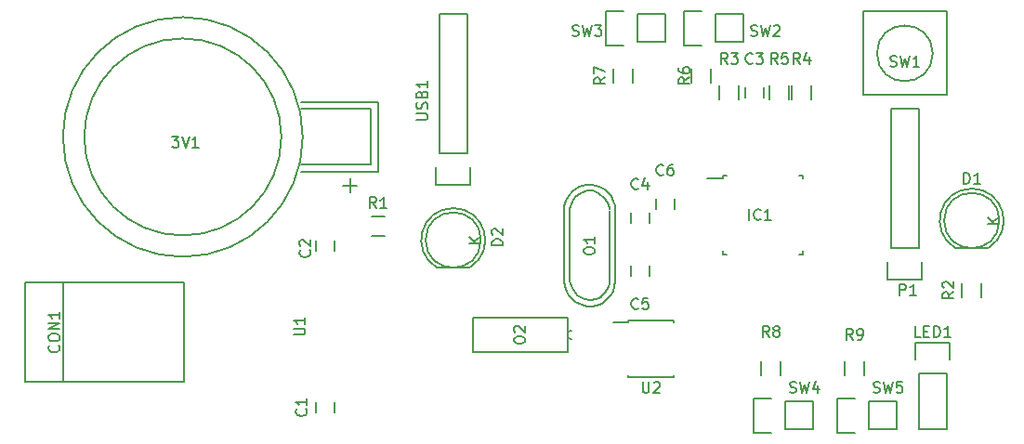
<source format=gbr>
G04 #@! TF.FileFunction,Legend,Top*
%FSLAX46Y46*%
G04 Gerber Fmt 4.6, Leading zero omitted, Abs format (unit mm)*
G04 Created by KiCad (PCBNEW 4.0.2-4+6225~38~ubuntu15.10.1-stable) date Sat 04 Jun 2016 12:10:52 PM PDT*
%MOMM*%
G01*
G04 APERTURE LIST*
%ADD10C,0.100000*%
%ADD11C,0.150000*%
G04 APERTURE END LIST*
D10*
D11*
X107950000Y-94742000D02*
X107950000Y-96012000D01*
X107315000Y-95377000D02*
X108585000Y-95377000D01*
X103505000Y-88392000D02*
X109855000Y-88392000D01*
X109855000Y-88392000D02*
X109855000Y-93472000D01*
X109855000Y-93472000D02*
X103505000Y-93472000D01*
X109855000Y-87757000D02*
X110490000Y-87757000D01*
X110490000Y-87757000D02*
X110490000Y-94107000D01*
X110490000Y-94107000D02*
X109855000Y-94107000D01*
X108585000Y-87757000D02*
X109855000Y-87757000D01*
X109855000Y-94107000D02*
X103505000Y-94107000D01*
X103505000Y-87757000D02*
X108585000Y-87757000D01*
X101690256Y-90932000D02*
G75*
G03X101690256Y-90932000I-8980256J0D01*
G01*
X103634953Y-90932000D02*
G75*
G03X103634953Y-90932000I-10924953J0D01*
G01*
X104814000Y-115070000D02*
X104814000Y-116070000D01*
X106514000Y-116070000D02*
X106514000Y-115070000D01*
X106514000Y-101338000D02*
X106514000Y-100338000D01*
X104814000Y-100338000D02*
X104814000Y-101338000D01*
X143930000Y-86368000D02*
X143930000Y-87368000D01*
X145630000Y-87368000D02*
X145630000Y-86368000D01*
X135216000Y-98798000D02*
X135216000Y-97798000D01*
X133516000Y-97798000D02*
X133516000Y-98798000D01*
X133516000Y-102624000D02*
X133516000Y-103624000D01*
X135216000Y-103624000D02*
X135216000Y-102624000D01*
X135802000Y-96528000D02*
X135802000Y-97528000D01*
X137502000Y-97528000D02*
X137502000Y-96528000D01*
X81851500Y-104211120D02*
X81851500Y-113212880D01*
X78351380Y-104211120D02*
X78351380Y-113212880D01*
X78351380Y-113212880D02*
X92852240Y-113212880D01*
X92852240Y-113212880D02*
X92852240Y-104211120D01*
X92852240Y-104211120D02*
X78351380Y-104211120D01*
X166116904Y-101036888D02*
G75*
G03X163092000Y-101052000I-1524904J2484888D01*
G01*
X166092000Y-101052000D02*
X163092000Y-101052000D01*
X167109936Y-98552000D02*
G75*
G03X167109936Y-98552000I-2517936J0D01*
G01*
X118872904Y-102814888D02*
G75*
G03X115848000Y-102830000I-1524904J2484888D01*
G01*
X118848000Y-102830000D02*
X115848000Y-102830000D01*
X119865936Y-100330000D02*
G75*
G03X119865936Y-100330000I-2517936J0D01*
G01*
X141917000Y-94419000D02*
X141917000Y-94744000D01*
X149167000Y-94419000D02*
X149167000Y-94744000D01*
X149167000Y-101669000D02*
X149167000Y-101344000D01*
X141917000Y-101669000D02*
X141917000Y-101344000D01*
X141917000Y-94419000D02*
X142242000Y-94419000D01*
X141917000Y-101669000D02*
X142242000Y-101669000D01*
X149167000Y-101669000D02*
X148842000Y-101669000D01*
X149167000Y-94419000D02*
X148842000Y-94419000D01*
X141917000Y-94744000D02*
X140492000Y-94744000D01*
X162586000Y-111252000D02*
X162586000Y-109702000D01*
X162586000Y-109702000D02*
X159486000Y-109702000D01*
X159486000Y-109702000D02*
X159486000Y-111252000D01*
X162306000Y-112522000D02*
X162306000Y-117602000D01*
X162306000Y-117602000D02*
X159766000Y-117602000D01*
X159766000Y-117602000D02*
X159766000Y-112522000D01*
X159766000Y-112522000D02*
X162306000Y-112522000D01*
X130794760Y-105537000D02*
X130393440Y-105737660D01*
X130393440Y-105737660D02*
X129794000Y-105839260D01*
X129794000Y-105839260D02*
X129293620Y-105737660D01*
X129293620Y-105737660D02*
X128595120Y-105338880D01*
X128595120Y-105338880D02*
X128193800Y-104736900D01*
X128193800Y-104736900D02*
X127993140Y-104137460D01*
X127993140Y-104137460D02*
X127993140Y-97538540D01*
X127993140Y-97538540D02*
X128193800Y-96837500D01*
X128193800Y-96837500D02*
X128493520Y-96438720D01*
X128493520Y-96438720D02*
X128993900Y-96037400D01*
X128993900Y-96037400D02*
X129593340Y-95836740D01*
X129593340Y-95836740D02*
X130093720Y-95836740D01*
X130093720Y-95836740D02*
X130594100Y-96037400D01*
X130594100Y-96037400D02*
X131193540Y-96537780D01*
X131193540Y-96537780D02*
X131493260Y-97038160D01*
X131493260Y-97038160D02*
X131594860Y-97538540D01*
X131594860Y-97637600D02*
X131594860Y-104239060D01*
X131594860Y-104239060D02*
X131493260Y-104637840D01*
X131493260Y-104637840D02*
X131193540Y-105138220D01*
X131193540Y-105138220D02*
X130693160Y-105638600D01*
X132123180Y-97647760D02*
X132074920Y-97188020D01*
X132074920Y-97188020D02*
X131963160Y-96789240D01*
X131963160Y-96789240D02*
X131744720Y-96357440D01*
X131744720Y-96357440D02*
X131513580Y-96067880D01*
X131513580Y-96067880D02*
X131163060Y-95737680D01*
X131163060Y-95737680D02*
X130624580Y-95448120D01*
X130624580Y-95448120D02*
X130025140Y-95318580D01*
X130025140Y-95318580D02*
X129514600Y-95318580D01*
X129514600Y-95318580D02*
X128813560Y-95488760D01*
X128813560Y-95488760D02*
X128224280Y-95887540D01*
X128224280Y-95887540D02*
X127853440Y-96347280D01*
X127853440Y-96347280D02*
X127645160Y-96768920D01*
X127645160Y-96768920D02*
X127485140Y-97218500D01*
X127485140Y-97218500D02*
X127454660Y-97657920D01*
X127673100Y-104998520D02*
X127894080Y-105376980D01*
X127894080Y-105376980D02*
X128173480Y-105697020D01*
X128173480Y-105697020D02*
X128503680Y-105948480D01*
X128503680Y-105948480D02*
X129054860Y-106248200D01*
X129054860Y-106248200D02*
X129524760Y-106357420D01*
X129524760Y-106357420D02*
X129984500Y-106377740D01*
X129984500Y-106377740D02*
X130444240Y-106288840D01*
X130444240Y-106288840D02*
X130893820Y-106098340D01*
X130893820Y-106098340D02*
X131363720Y-105737660D01*
X131363720Y-105737660D02*
X131683760Y-105387140D01*
X131683760Y-105387140D02*
X131914900Y-104998520D01*
X131914900Y-104998520D02*
X132054600Y-104569260D01*
X132054600Y-104569260D02*
X132123180Y-104127300D01*
X127464820Y-97637600D02*
X127464820Y-104089200D01*
X127464820Y-104089200D02*
X127502920Y-104508300D01*
X127502920Y-104508300D02*
X127673100Y-104998520D01*
X132123180Y-97637600D02*
X132123180Y-104089200D01*
X111090000Y-99935000D02*
X109890000Y-99935000D01*
X109890000Y-98185000D02*
X111090000Y-98185000D01*
X165467000Y-104302000D02*
X165467000Y-105502000D01*
X163717000Y-105502000D02*
X163717000Y-104302000D01*
X143369000Y-86268000D02*
X143369000Y-87468000D01*
X141619000Y-87468000D02*
X141619000Y-86268000D01*
X148223000Y-87468000D02*
X148223000Y-86268000D01*
X149973000Y-86268000D02*
X149973000Y-87468000D01*
X146191000Y-87468000D02*
X146191000Y-86268000D01*
X147941000Y-86268000D02*
X147941000Y-87468000D01*
X140829000Y-84744000D02*
X140829000Y-85944000D01*
X139079000Y-85944000D02*
X139079000Y-84744000D01*
X133717000Y-84744000D02*
X133717000Y-85944000D01*
X131967000Y-85944000D02*
X131967000Y-84744000D01*
X145429000Y-112614000D02*
X145429000Y-111414000D01*
X147179000Y-111414000D02*
X147179000Y-112614000D01*
X153049000Y-112614000D02*
X153049000Y-111414000D01*
X154799000Y-111414000D02*
X154799000Y-112614000D01*
X138404000Y-82576000D02*
X139954000Y-82576000D01*
X143764000Y-82296000D02*
X141224000Y-82296000D01*
X141224000Y-82296000D02*
X141224000Y-79756000D01*
X139954000Y-79476000D02*
X138404000Y-79476000D01*
X138404000Y-79476000D02*
X138404000Y-82576000D01*
X141224000Y-79756000D02*
X143764000Y-79756000D01*
X143764000Y-79756000D02*
X143764000Y-82296000D01*
X131292000Y-82576000D02*
X132842000Y-82576000D01*
X136652000Y-82296000D02*
X134112000Y-82296000D01*
X134112000Y-82296000D02*
X134112000Y-79756000D01*
X132842000Y-79476000D02*
X131292000Y-79476000D01*
X131292000Y-79476000D02*
X131292000Y-82576000D01*
X134112000Y-79756000D02*
X136652000Y-79756000D01*
X136652000Y-79756000D02*
X136652000Y-82296000D01*
X144754000Y-117882000D02*
X146304000Y-117882000D01*
X150114000Y-117602000D02*
X147574000Y-117602000D01*
X147574000Y-117602000D02*
X147574000Y-115062000D01*
X146304000Y-114782000D02*
X144754000Y-114782000D01*
X144754000Y-114782000D02*
X144754000Y-117882000D01*
X147574000Y-115062000D02*
X150114000Y-115062000D01*
X150114000Y-115062000D02*
X150114000Y-117602000D01*
X152374000Y-117882000D02*
X153924000Y-117882000D01*
X157734000Y-117602000D02*
X155194000Y-117602000D01*
X155194000Y-117602000D02*
X155194000Y-115062000D01*
X153924000Y-114782000D02*
X152374000Y-114782000D01*
X152374000Y-114782000D02*
X152374000Y-117882000D01*
X155194000Y-115062000D02*
X157734000Y-115062000D01*
X157734000Y-115062000D02*
X157734000Y-117602000D01*
X133307000Y-107661000D02*
X133307000Y-107806000D01*
X137457000Y-107661000D02*
X137457000Y-107806000D01*
X137457000Y-112811000D02*
X137457000Y-112666000D01*
X133307000Y-112811000D02*
X133307000Y-112666000D01*
X133307000Y-107661000D02*
X137457000Y-107661000D01*
X133307000Y-112811000D02*
X137457000Y-112811000D01*
X133307000Y-107806000D02*
X131907000Y-107806000D01*
X118618000Y-92456000D02*
X118618000Y-79756000D01*
X118618000Y-79756000D02*
X116078000Y-79756000D01*
X116078000Y-79756000D02*
X116078000Y-92456000D01*
X118898000Y-95276000D02*
X118898000Y-93726000D01*
X118618000Y-92456000D02*
X116078000Y-92456000D01*
X115798000Y-93726000D02*
X115798000Y-95276000D01*
X115798000Y-95276000D02*
X118898000Y-95276000D01*
X157226000Y-101092000D02*
X157226000Y-88392000D01*
X157226000Y-88392000D02*
X159766000Y-88392000D01*
X159766000Y-88392000D02*
X159766000Y-101092000D01*
X156946000Y-103912000D02*
X156946000Y-102362000D01*
X157226000Y-101092000D02*
X159766000Y-101092000D01*
X160046000Y-102362000D02*
X160046000Y-103912000D01*
X160046000Y-103912000D02*
X156946000Y-103912000D01*
X127782320Y-107365800D02*
X119181880Y-107365800D01*
X119181880Y-107365800D02*
X119181880Y-110566200D01*
X119181880Y-110566200D02*
X127782320Y-110566200D01*
X127782320Y-109816900D02*
X127782320Y-110566200D01*
X127782320Y-108066840D02*
X127782320Y-107365800D01*
X127782320Y-109265720D02*
X128082040Y-109364780D01*
X127782320Y-108666280D02*
X128082040Y-108567220D01*
X127782320Y-108066840D02*
X127782320Y-109865160D01*
X161036000Y-83312000D02*
G75*
G03X161036000Y-83312000I-2540000J0D01*
G01*
X162306000Y-87122000D02*
X154686000Y-87122000D01*
X154686000Y-87122000D02*
X154686000Y-79502000D01*
X154686000Y-79502000D02*
X162306000Y-79502000D01*
X162306000Y-87122000D02*
X162306000Y-79502000D01*
X91725905Y-90892381D02*
X92344953Y-90892381D01*
X92011619Y-91273333D01*
X92154477Y-91273333D01*
X92249715Y-91320952D01*
X92297334Y-91368571D01*
X92344953Y-91463810D01*
X92344953Y-91701905D01*
X92297334Y-91797143D01*
X92249715Y-91844762D01*
X92154477Y-91892381D01*
X91868762Y-91892381D01*
X91773524Y-91844762D01*
X91725905Y-91797143D01*
X92630667Y-90892381D02*
X92964000Y-91892381D01*
X93297334Y-90892381D01*
X94154477Y-91892381D02*
X93583048Y-91892381D01*
X93868762Y-91892381D02*
X93868762Y-90892381D01*
X93773524Y-91035238D01*
X93678286Y-91130476D01*
X93583048Y-91178095D01*
X103921143Y-115736666D02*
X103968762Y-115784285D01*
X104016381Y-115927142D01*
X104016381Y-116022380D01*
X103968762Y-116165238D01*
X103873524Y-116260476D01*
X103778286Y-116308095D01*
X103587810Y-116355714D01*
X103444952Y-116355714D01*
X103254476Y-116308095D01*
X103159238Y-116260476D01*
X103064000Y-116165238D01*
X103016381Y-116022380D01*
X103016381Y-115927142D01*
X103064000Y-115784285D01*
X103111619Y-115736666D01*
X104016381Y-114784285D02*
X104016381Y-115355714D01*
X104016381Y-115070000D02*
X103016381Y-115070000D01*
X103159238Y-115165238D01*
X103254476Y-115260476D01*
X103302095Y-115355714D01*
X104243143Y-101258666D02*
X104290762Y-101306285D01*
X104338381Y-101449142D01*
X104338381Y-101544380D01*
X104290762Y-101687238D01*
X104195524Y-101782476D01*
X104100286Y-101830095D01*
X103909810Y-101877714D01*
X103766952Y-101877714D01*
X103576476Y-101830095D01*
X103481238Y-101782476D01*
X103386000Y-101687238D01*
X103338381Y-101544380D01*
X103338381Y-101449142D01*
X103386000Y-101306285D01*
X103433619Y-101258666D01*
X103433619Y-100877714D02*
X103386000Y-100830095D01*
X103338381Y-100734857D01*
X103338381Y-100496761D01*
X103386000Y-100401523D01*
X103433619Y-100353904D01*
X103528857Y-100306285D01*
X103624095Y-100306285D01*
X103766952Y-100353904D01*
X104338381Y-100925333D01*
X104338381Y-100306285D01*
X144613334Y-84177143D02*
X144565715Y-84224762D01*
X144422858Y-84272381D01*
X144327620Y-84272381D01*
X144184762Y-84224762D01*
X144089524Y-84129524D01*
X144041905Y-84034286D01*
X143994286Y-83843810D01*
X143994286Y-83700952D01*
X144041905Y-83510476D01*
X144089524Y-83415238D01*
X144184762Y-83320000D01*
X144327620Y-83272381D01*
X144422858Y-83272381D01*
X144565715Y-83320000D01*
X144613334Y-83367619D01*
X144946667Y-83272381D02*
X145565715Y-83272381D01*
X145232381Y-83653333D01*
X145375239Y-83653333D01*
X145470477Y-83700952D01*
X145518096Y-83748571D01*
X145565715Y-83843810D01*
X145565715Y-84081905D01*
X145518096Y-84177143D01*
X145470477Y-84224762D01*
X145375239Y-84272381D01*
X145089524Y-84272381D01*
X144994286Y-84224762D01*
X144946667Y-84177143D01*
X134199334Y-95607143D02*
X134151715Y-95654762D01*
X134008858Y-95702381D01*
X133913620Y-95702381D01*
X133770762Y-95654762D01*
X133675524Y-95559524D01*
X133627905Y-95464286D01*
X133580286Y-95273810D01*
X133580286Y-95130952D01*
X133627905Y-94940476D01*
X133675524Y-94845238D01*
X133770762Y-94750000D01*
X133913620Y-94702381D01*
X134008858Y-94702381D01*
X134151715Y-94750000D01*
X134199334Y-94797619D01*
X135056477Y-95035714D02*
X135056477Y-95702381D01*
X134818381Y-94654762D02*
X134580286Y-95369048D01*
X135199334Y-95369048D01*
X134199334Y-106529143D02*
X134151715Y-106576762D01*
X134008858Y-106624381D01*
X133913620Y-106624381D01*
X133770762Y-106576762D01*
X133675524Y-106481524D01*
X133627905Y-106386286D01*
X133580286Y-106195810D01*
X133580286Y-106052952D01*
X133627905Y-105862476D01*
X133675524Y-105767238D01*
X133770762Y-105672000D01*
X133913620Y-105624381D01*
X134008858Y-105624381D01*
X134151715Y-105672000D01*
X134199334Y-105719619D01*
X135104096Y-105624381D02*
X134627905Y-105624381D01*
X134580286Y-106100571D01*
X134627905Y-106052952D01*
X134723143Y-106005333D01*
X134961239Y-106005333D01*
X135056477Y-106052952D01*
X135104096Y-106100571D01*
X135151715Y-106195810D01*
X135151715Y-106433905D01*
X135104096Y-106529143D01*
X135056477Y-106576762D01*
X134961239Y-106624381D01*
X134723143Y-106624381D01*
X134627905Y-106576762D01*
X134580286Y-106529143D01*
X136485334Y-94337143D02*
X136437715Y-94384762D01*
X136294858Y-94432381D01*
X136199620Y-94432381D01*
X136056762Y-94384762D01*
X135961524Y-94289524D01*
X135913905Y-94194286D01*
X135866286Y-94003810D01*
X135866286Y-93860952D01*
X135913905Y-93670476D01*
X135961524Y-93575238D01*
X136056762Y-93480000D01*
X136199620Y-93432381D01*
X136294858Y-93432381D01*
X136437715Y-93480000D01*
X136485334Y-93527619D01*
X137342477Y-93432381D02*
X137152000Y-93432381D01*
X137056762Y-93480000D01*
X137009143Y-93527619D01*
X136913905Y-93670476D01*
X136866286Y-93860952D01*
X136866286Y-94241905D01*
X136913905Y-94337143D01*
X136961524Y-94384762D01*
X137056762Y-94432381D01*
X137247239Y-94432381D01*
X137342477Y-94384762D01*
X137390096Y-94337143D01*
X137437715Y-94241905D01*
X137437715Y-94003810D01*
X137390096Y-93908571D01*
X137342477Y-93860952D01*
X137247239Y-93813333D01*
X137056762Y-93813333D01*
X136961524Y-93860952D01*
X136913905Y-93908571D01*
X136866286Y-94003810D01*
X81383143Y-109926285D02*
X81430762Y-109973904D01*
X81478381Y-110116761D01*
X81478381Y-110211999D01*
X81430762Y-110354857D01*
X81335524Y-110450095D01*
X81240286Y-110497714D01*
X81049810Y-110545333D01*
X80906952Y-110545333D01*
X80716476Y-110497714D01*
X80621238Y-110450095D01*
X80526000Y-110354857D01*
X80478381Y-110211999D01*
X80478381Y-110116761D01*
X80526000Y-109973904D01*
X80573619Y-109926285D01*
X80478381Y-109307238D02*
X80478381Y-109116761D01*
X80526000Y-109021523D01*
X80621238Y-108926285D01*
X80811714Y-108878666D01*
X81145048Y-108878666D01*
X81335524Y-108926285D01*
X81430762Y-109021523D01*
X81478381Y-109116761D01*
X81478381Y-109307238D01*
X81430762Y-109402476D01*
X81335524Y-109497714D01*
X81145048Y-109545333D01*
X80811714Y-109545333D01*
X80621238Y-109497714D01*
X80526000Y-109402476D01*
X80478381Y-109307238D01*
X81478381Y-108450095D02*
X80478381Y-108450095D01*
X81478381Y-107878666D01*
X80478381Y-107878666D01*
X81478381Y-106878666D02*
X81478381Y-107450095D01*
X81478381Y-107164381D02*
X80478381Y-107164381D01*
X80621238Y-107259619D01*
X80716476Y-107354857D01*
X80764095Y-107450095D01*
X163853905Y-95194381D02*
X163853905Y-94194381D01*
X164092000Y-94194381D01*
X164234858Y-94242000D01*
X164330096Y-94337238D01*
X164377715Y-94432476D01*
X164425334Y-94622952D01*
X164425334Y-94765810D01*
X164377715Y-94956286D01*
X164330096Y-95051524D01*
X164234858Y-95146762D01*
X164092000Y-95194381D01*
X163853905Y-95194381D01*
X165377715Y-95194381D02*
X164806286Y-95194381D01*
X165092000Y-95194381D02*
X165092000Y-94194381D01*
X164996762Y-94337238D01*
X164901524Y-94432476D01*
X164806286Y-94480095D01*
X167076381Y-98813905D02*
X166076381Y-98813905D01*
X167076381Y-98242476D02*
X166504952Y-98671048D01*
X166076381Y-98242476D02*
X166647810Y-98813905D01*
X121864381Y-100814095D02*
X120864381Y-100814095D01*
X120864381Y-100576000D01*
X120912000Y-100433142D01*
X121007238Y-100337904D01*
X121102476Y-100290285D01*
X121292952Y-100242666D01*
X121435810Y-100242666D01*
X121626286Y-100290285D01*
X121721524Y-100337904D01*
X121816762Y-100433142D01*
X121864381Y-100576000D01*
X121864381Y-100814095D01*
X120959619Y-99861714D02*
X120912000Y-99814095D01*
X120864381Y-99718857D01*
X120864381Y-99480761D01*
X120912000Y-99385523D01*
X120959619Y-99337904D01*
X121054857Y-99290285D01*
X121150095Y-99290285D01*
X121292952Y-99337904D01*
X121864381Y-99909333D01*
X121864381Y-99290285D01*
X119832381Y-100591905D02*
X118832381Y-100591905D01*
X119832381Y-100020476D02*
X119260952Y-100449048D01*
X118832381Y-100020476D02*
X119403810Y-100591905D01*
X144311810Y-98496381D02*
X144311810Y-97496381D01*
X145359429Y-98401143D02*
X145311810Y-98448762D01*
X145168953Y-98496381D01*
X145073715Y-98496381D01*
X144930857Y-98448762D01*
X144835619Y-98353524D01*
X144788000Y-98258286D01*
X144740381Y-98067810D01*
X144740381Y-97924952D01*
X144788000Y-97734476D01*
X144835619Y-97639238D01*
X144930857Y-97544000D01*
X145073715Y-97496381D01*
X145168953Y-97496381D01*
X145311810Y-97544000D01*
X145359429Y-97591619D01*
X146311810Y-98496381D02*
X145740381Y-98496381D01*
X146026095Y-98496381D02*
X146026095Y-97496381D01*
X145930857Y-97639238D01*
X145835619Y-97734476D01*
X145740381Y-97782095D01*
X159916953Y-109164381D02*
X159440762Y-109164381D01*
X159440762Y-108164381D01*
X160250286Y-108640571D02*
X160583620Y-108640571D01*
X160726477Y-109164381D02*
X160250286Y-109164381D01*
X160250286Y-108164381D01*
X160726477Y-108164381D01*
X161155048Y-109164381D02*
X161155048Y-108164381D01*
X161393143Y-108164381D01*
X161536001Y-108212000D01*
X161631239Y-108307238D01*
X161678858Y-108402476D01*
X161726477Y-108592952D01*
X161726477Y-108735810D01*
X161678858Y-108926286D01*
X161631239Y-109021524D01*
X161536001Y-109116762D01*
X161393143Y-109164381D01*
X161155048Y-109164381D01*
X162678858Y-109164381D02*
X162107429Y-109164381D01*
X162393143Y-109164381D02*
X162393143Y-108164381D01*
X162297905Y-108307238D01*
X162202667Y-108402476D01*
X162107429Y-108450095D01*
X129246381Y-101409429D02*
X129246381Y-101218952D01*
X129294000Y-101123714D01*
X129389238Y-101028476D01*
X129579714Y-100980857D01*
X129913048Y-100980857D01*
X130103524Y-101028476D01*
X130198762Y-101123714D01*
X130246381Y-101218952D01*
X130246381Y-101409429D01*
X130198762Y-101504667D01*
X130103524Y-101599905D01*
X129913048Y-101647524D01*
X129579714Y-101647524D01*
X129389238Y-101599905D01*
X129294000Y-101504667D01*
X129246381Y-101409429D01*
X130246381Y-100028476D02*
X130246381Y-100599905D01*
X130246381Y-100314191D02*
X129246381Y-100314191D01*
X129389238Y-100409429D01*
X129484476Y-100504667D01*
X129532095Y-100599905D01*
X110323334Y-97412381D02*
X109990000Y-96936190D01*
X109751905Y-97412381D02*
X109751905Y-96412381D01*
X110132858Y-96412381D01*
X110228096Y-96460000D01*
X110275715Y-96507619D01*
X110323334Y-96602857D01*
X110323334Y-96745714D01*
X110275715Y-96840952D01*
X110228096Y-96888571D01*
X110132858Y-96936190D01*
X109751905Y-96936190D01*
X111275715Y-97412381D02*
X110704286Y-97412381D01*
X110990000Y-97412381D02*
X110990000Y-96412381D01*
X110894762Y-96555238D01*
X110799524Y-96650476D01*
X110704286Y-96698095D01*
X162944381Y-105068666D02*
X162468190Y-105402000D01*
X162944381Y-105640095D02*
X161944381Y-105640095D01*
X161944381Y-105259142D01*
X161992000Y-105163904D01*
X162039619Y-105116285D01*
X162134857Y-105068666D01*
X162277714Y-105068666D01*
X162372952Y-105116285D01*
X162420571Y-105163904D01*
X162468190Y-105259142D01*
X162468190Y-105640095D01*
X162039619Y-104687714D02*
X161992000Y-104640095D01*
X161944381Y-104544857D01*
X161944381Y-104306761D01*
X161992000Y-104211523D01*
X162039619Y-104163904D01*
X162134857Y-104116285D01*
X162230095Y-104116285D01*
X162372952Y-104163904D01*
X162944381Y-104735333D01*
X162944381Y-104116285D01*
X142327334Y-84272381D02*
X141994000Y-83796190D01*
X141755905Y-84272381D02*
X141755905Y-83272381D01*
X142136858Y-83272381D01*
X142232096Y-83320000D01*
X142279715Y-83367619D01*
X142327334Y-83462857D01*
X142327334Y-83605714D01*
X142279715Y-83700952D01*
X142232096Y-83748571D01*
X142136858Y-83796190D01*
X141755905Y-83796190D01*
X142660667Y-83272381D02*
X143279715Y-83272381D01*
X142946381Y-83653333D01*
X143089239Y-83653333D01*
X143184477Y-83700952D01*
X143232096Y-83748571D01*
X143279715Y-83843810D01*
X143279715Y-84081905D01*
X143232096Y-84177143D01*
X143184477Y-84224762D01*
X143089239Y-84272381D01*
X142803524Y-84272381D01*
X142708286Y-84224762D01*
X142660667Y-84177143D01*
X148931334Y-84272381D02*
X148598000Y-83796190D01*
X148359905Y-84272381D02*
X148359905Y-83272381D01*
X148740858Y-83272381D01*
X148836096Y-83320000D01*
X148883715Y-83367619D01*
X148931334Y-83462857D01*
X148931334Y-83605714D01*
X148883715Y-83700952D01*
X148836096Y-83748571D01*
X148740858Y-83796190D01*
X148359905Y-83796190D01*
X149788477Y-83605714D02*
X149788477Y-84272381D01*
X149550381Y-83224762D02*
X149312286Y-83939048D01*
X149931334Y-83939048D01*
X146899334Y-84272381D02*
X146566000Y-83796190D01*
X146327905Y-84272381D02*
X146327905Y-83272381D01*
X146708858Y-83272381D01*
X146804096Y-83320000D01*
X146851715Y-83367619D01*
X146899334Y-83462857D01*
X146899334Y-83605714D01*
X146851715Y-83700952D01*
X146804096Y-83748571D01*
X146708858Y-83796190D01*
X146327905Y-83796190D01*
X147804096Y-83272381D02*
X147327905Y-83272381D01*
X147280286Y-83748571D01*
X147327905Y-83700952D01*
X147423143Y-83653333D01*
X147661239Y-83653333D01*
X147756477Y-83700952D01*
X147804096Y-83748571D01*
X147851715Y-83843810D01*
X147851715Y-84081905D01*
X147804096Y-84177143D01*
X147756477Y-84224762D01*
X147661239Y-84272381D01*
X147423143Y-84272381D01*
X147327905Y-84224762D01*
X147280286Y-84177143D01*
X138882381Y-85510666D02*
X138406190Y-85844000D01*
X138882381Y-86082095D02*
X137882381Y-86082095D01*
X137882381Y-85701142D01*
X137930000Y-85605904D01*
X137977619Y-85558285D01*
X138072857Y-85510666D01*
X138215714Y-85510666D01*
X138310952Y-85558285D01*
X138358571Y-85605904D01*
X138406190Y-85701142D01*
X138406190Y-86082095D01*
X137882381Y-84653523D02*
X137882381Y-84844000D01*
X137930000Y-84939238D01*
X137977619Y-84986857D01*
X138120476Y-85082095D01*
X138310952Y-85129714D01*
X138691905Y-85129714D01*
X138787143Y-85082095D01*
X138834762Y-85034476D01*
X138882381Y-84939238D01*
X138882381Y-84748761D01*
X138834762Y-84653523D01*
X138787143Y-84605904D01*
X138691905Y-84558285D01*
X138453810Y-84558285D01*
X138358571Y-84605904D01*
X138310952Y-84653523D01*
X138263333Y-84748761D01*
X138263333Y-84939238D01*
X138310952Y-85034476D01*
X138358571Y-85082095D01*
X138453810Y-85129714D01*
X131194381Y-85510666D02*
X130718190Y-85844000D01*
X131194381Y-86082095D02*
X130194381Y-86082095D01*
X130194381Y-85701142D01*
X130242000Y-85605904D01*
X130289619Y-85558285D01*
X130384857Y-85510666D01*
X130527714Y-85510666D01*
X130622952Y-85558285D01*
X130670571Y-85605904D01*
X130718190Y-85701142D01*
X130718190Y-86082095D01*
X130194381Y-85177333D02*
X130194381Y-84510666D01*
X131194381Y-84939238D01*
X146137334Y-109164381D02*
X145804000Y-108688190D01*
X145565905Y-109164381D02*
X145565905Y-108164381D01*
X145946858Y-108164381D01*
X146042096Y-108212000D01*
X146089715Y-108259619D01*
X146137334Y-108354857D01*
X146137334Y-108497714D01*
X146089715Y-108592952D01*
X146042096Y-108640571D01*
X145946858Y-108688190D01*
X145565905Y-108688190D01*
X146708762Y-108592952D02*
X146613524Y-108545333D01*
X146565905Y-108497714D01*
X146518286Y-108402476D01*
X146518286Y-108354857D01*
X146565905Y-108259619D01*
X146613524Y-108212000D01*
X146708762Y-108164381D01*
X146899239Y-108164381D01*
X146994477Y-108212000D01*
X147042096Y-108259619D01*
X147089715Y-108354857D01*
X147089715Y-108402476D01*
X147042096Y-108497714D01*
X146994477Y-108545333D01*
X146899239Y-108592952D01*
X146708762Y-108592952D01*
X146613524Y-108640571D01*
X146565905Y-108688190D01*
X146518286Y-108783429D01*
X146518286Y-108973905D01*
X146565905Y-109069143D01*
X146613524Y-109116762D01*
X146708762Y-109164381D01*
X146899239Y-109164381D01*
X146994477Y-109116762D01*
X147042096Y-109069143D01*
X147089715Y-108973905D01*
X147089715Y-108783429D01*
X147042096Y-108688190D01*
X146994477Y-108640571D01*
X146899239Y-108592952D01*
X153757334Y-109418381D02*
X153424000Y-108942190D01*
X153185905Y-109418381D02*
X153185905Y-108418381D01*
X153566858Y-108418381D01*
X153662096Y-108466000D01*
X153709715Y-108513619D01*
X153757334Y-108608857D01*
X153757334Y-108751714D01*
X153709715Y-108846952D01*
X153662096Y-108894571D01*
X153566858Y-108942190D01*
X153185905Y-108942190D01*
X154233524Y-109418381D02*
X154424000Y-109418381D01*
X154519239Y-109370762D01*
X154566858Y-109323143D01*
X154662096Y-109180286D01*
X154709715Y-108989810D01*
X154709715Y-108608857D01*
X154662096Y-108513619D01*
X154614477Y-108466000D01*
X154519239Y-108418381D01*
X154328762Y-108418381D01*
X154233524Y-108466000D01*
X154185905Y-108513619D01*
X154138286Y-108608857D01*
X154138286Y-108846952D01*
X154185905Y-108942190D01*
X154233524Y-108989810D01*
X154328762Y-109037429D01*
X154519239Y-109037429D01*
X154614477Y-108989810D01*
X154662096Y-108942190D01*
X154709715Y-108846952D01*
X144462667Y-81684762D02*
X144605524Y-81732381D01*
X144843620Y-81732381D01*
X144938858Y-81684762D01*
X144986477Y-81637143D01*
X145034096Y-81541905D01*
X145034096Y-81446667D01*
X144986477Y-81351429D01*
X144938858Y-81303810D01*
X144843620Y-81256190D01*
X144653143Y-81208571D01*
X144557905Y-81160952D01*
X144510286Y-81113333D01*
X144462667Y-81018095D01*
X144462667Y-80922857D01*
X144510286Y-80827619D01*
X144557905Y-80780000D01*
X144653143Y-80732381D01*
X144891239Y-80732381D01*
X145034096Y-80780000D01*
X145367429Y-80732381D02*
X145605524Y-81732381D01*
X145796001Y-81018095D01*
X145986477Y-81732381D01*
X146224572Y-80732381D01*
X146557905Y-80827619D02*
X146605524Y-80780000D01*
X146700762Y-80732381D01*
X146938858Y-80732381D01*
X147034096Y-80780000D01*
X147081715Y-80827619D01*
X147129334Y-80922857D01*
X147129334Y-81018095D01*
X147081715Y-81160952D01*
X146510286Y-81732381D01*
X147129334Y-81732381D01*
X128206667Y-81684762D02*
X128349524Y-81732381D01*
X128587620Y-81732381D01*
X128682858Y-81684762D01*
X128730477Y-81637143D01*
X128778096Y-81541905D01*
X128778096Y-81446667D01*
X128730477Y-81351429D01*
X128682858Y-81303810D01*
X128587620Y-81256190D01*
X128397143Y-81208571D01*
X128301905Y-81160952D01*
X128254286Y-81113333D01*
X128206667Y-81018095D01*
X128206667Y-80922857D01*
X128254286Y-80827619D01*
X128301905Y-80780000D01*
X128397143Y-80732381D01*
X128635239Y-80732381D01*
X128778096Y-80780000D01*
X129111429Y-80732381D02*
X129349524Y-81732381D01*
X129540001Y-81018095D01*
X129730477Y-81732381D01*
X129968572Y-80732381D01*
X130254286Y-80732381D02*
X130873334Y-80732381D01*
X130540000Y-81113333D01*
X130682858Y-81113333D01*
X130778096Y-81160952D01*
X130825715Y-81208571D01*
X130873334Y-81303810D01*
X130873334Y-81541905D01*
X130825715Y-81637143D01*
X130778096Y-81684762D01*
X130682858Y-81732381D01*
X130397143Y-81732381D01*
X130301905Y-81684762D01*
X130254286Y-81637143D01*
X148018667Y-114196762D02*
X148161524Y-114244381D01*
X148399620Y-114244381D01*
X148494858Y-114196762D01*
X148542477Y-114149143D01*
X148590096Y-114053905D01*
X148590096Y-113958667D01*
X148542477Y-113863429D01*
X148494858Y-113815810D01*
X148399620Y-113768190D01*
X148209143Y-113720571D01*
X148113905Y-113672952D01*
X148066286Y-113625333D01*
X148018667Y-113530095D01*
X148018667Y-113434857D01*
X148066286Y-113339619D01*
X148113905Y-113292000D01*
X148209143Y-113244381D01*
X148447239Y-113244381D01*
X148590096Y-113292000D01*
X148923429Y-113244381D02*
X149161524Y-114244381D01*
X149352001Y-113530095D01*
X149542477Y-114244381D01*
X149780572Y-113244381D01*
X150590096Y-113577714D02*
X150590096Y-114244381D01*
X150352000Y-113196762D02*
X150113905Y-113911048D01*
X150732953Y-113911048D01*
X155638667Y-114196762D02*
X155781524Y-114244381D01*
X156019620Y-114244381D01*
X156114858Y-114196762D01*
X156162477Y-114149143D01*
X156210096Y-114053905D01*
X156210096Y-113958667D01*
X156162477Y-113863429D01*
X156114858Y-113815810D01*
X156019620Y-113768190D01*
X155829143Y-113720571D01*
X155733905Y-113672952D01*
X155686286Y-113625333D01*
X155638667Y-113530095D01*
X155638667Y-113434857D01*
X155686286Y-113339619D01*
X155733905Y-113292000D01*
X155829143Y-113244381D01*
X156067239Y-113244381D01*
X156210096Y-113292000D01*
X156543429Y-113244381D02*
X156781524Y-114244381D01*
X156972001Y-113530095D01*
X157162477Y-114244381D01*
X157400572Y-113244381D01*
X158257715Y-113244381D02*
X157781524Y-113244381D01*
X157733905Y-113720571D01*
X157781524Y-113672952D01*
X157876762Y-113625333D01*
X158114858Y-113625333D01*
X158210096Y-113672952D01*
X158257715Y-113720571D01*
X158305334Y-113815810D01*
X158305334Y-114053905D01*
X158257715Y-114149143D01*
X158210096Y-114196762D01*
X158114858Y-114244381D01*
X157876762Y-114244381D01*
X157781524Y-114196762D01*
X157733905Y-114149143D01*
X102830381Y-108965905D02*
X103639905Y-108965905D01*
X103735143Y-108918286D01*
X103782762Y-108870667D01*
X103830381Y-108775429D01*
X103830381Y-108584952D01*
X103782762Y-108489714D01*
X103735143Y-108442095D01*
X103639905Y-108394476D01*
X102830381Y-108394476D01*
X103830381Y-107394476D02*
X103830381Y-107965905D01*
X103830381Y-107680191D02*
X102830381Y-107680191D01*
X102973238Y-107775429D01*
X103068476Y-107870667D01*
X103116095Y-107965905D01*
X134620095Y-113244381D02*
X134620095Y-114053905D01*
X134667714Y-114149143D01*
X134715333Y-114196762D01*
X134810571Y-114244381D01*
X135001048Y-114244381D01*
X135096286Y-114196762D01*
X135143905Y-114149143D01*
X135191524Y-114053905D01*
X135191524Y-113244381D01*
X135620095Y-113339619D02*
X135667714Y-113292000D01*
X135762952Y-113244381D01*
X136001048Y-113244381D01*
X136096286Y-113292000D01*
X136143905Y-113339619D01*
X136191524Y-113434857D01*
X136191524Y-113530095D01*
X136143905Y-113672952D01*
X135572476Y-114244381D01*
X136191524Y-114244381D01*
X114006381Y-89368095D02*
X114815905Y-89368095D01*
X114911143Y-89320476D01*
X114958762Y-89272857D01*
X115006381Y-89177619D01*
X115006381Y-88987142D01*
X114958762Y-88891904D01*
X114911143Y-88844285D01*
X114815905Y-88796666D01*
X114006381Y-88796666D01*
X114958762Y-88368095D02*
X115006381Y-88225238D01*
X115006381Y-87987142D01*
X114958762Y-87891904D01*
X114911143Y-87844285D01*
X114815905Y-87796666D01*
X114720667Y-87796666D01*
X114625429Y-87844285D01*
X114577810Y-87891904D01*
X114530190Y-87987142D01*
X114482571Y-88177619D01*
X114434952Y-88272857D01*
X114387333Y-88320476D01*
X114292095Y-88368095D01*
X114196857Y-88368095D01*
X114101619Y-88320476D01*
X114054000Y-88272857D01*
X114006381Y-88177619D01*
X114006381Y-87939523D01*
X114054000Y-87796666D01*
X114482571Y-87034761D02*
X114530190Y-86891904D01*
X114577810Y-86844285D01*
X114673048Y-86796666D01*
X114815905Y-86796666D01*
X114911143Y-86844285D01*
X114958762Y-86891904D01*
X115006381Y-86987142D01*
X115006381Y-87368095D01*
X114006381Y-87368095D01*
X114006381Y-87034761D01*
X114054000Y-86939523D01*
X114101619Y-86891904D01*
X114196857Y-86844285D01*
X114292095Y-86844285D01*
X114387333Y-86891904D01*
X114434952Y-86939523D01*
X114482571Y-87034761D01*
X114482571Y-87368095D01*
X115006381Y-85844285D02*
X115006381Y-86415714D01*
X115006381Y-86130000D02*
X114006381Y-86130000D01*
X114149238Y-86225238D01*
X114244476Y-86320476D01*
X114292095Y-86415714D01*
X158011905Y-105354381D02*
X158011905Y-104354381D01*
X158392858Y-104354381D01*
X158488096Y-104402000D01*
X158535715Y-104449619D01*
X158583334Y-104544857D01*
X158583334Y-104687714D01*
X158535715Y-104782952D01*
X158488096Y-104830571D01*
X158392858Y-104878190D01*
X158011905Y-104878190D01*
X159535715Y-105354381D02*
X158964286Y-105354381D01*
X159250000Y-105354381D02*
X159250000Y-104354381D01*
X159154762Y-104497238D01*
X159059524Y-104592476D01*
X158964286Y-104640095D01*
X122896381Y-109537429D02*
X122896381Y-109346952D01*
X122944000Y-109251714D01*
X123039238Y-109156476D01*
X123229714Y-109108857D01*
X123563048Y-109108857D01*
X123753524Y-109156476D01*
X123848762Y-109251714D01*
X123896381Y-109346952D01*
X123896381Y-109537429D01*
X123848762Y-109632667D01*
X123753524Y-109727905D01*
X123563048Y-109775524D01*
X123229714Y-109775524D01*
X123039238Y-109727905D01*
X122944000Y-109632667D01*
X122896381Y-109537429D01*
X122991619Y-108727905D02*
X122944000Y-108680286D01*
X122896381Y-108585048D01*
X122896381Y-108346952D01*
X122944000Y-108251714D01*
X122991619Y-108204095D01*
X123086857Y-108156476D01*
X123182095Y-108156476D01*
X123324952Y-108204095D01*
X123896381Y-108775524D01*
X123896381Y-108156476D01*
X157162667Y-84478762D02*
X157305524Y-84526381D01*
X157543620Y-84526381D01*
X157638858Y-84478762D01*
X157686477Y-84431143D01*
X157734096Y-84335905D01*
X157734096Y-84240667D01*
X157686477Y-84145429D01*
X157638858Y-84097810D01*
X157543620Y-84050190D01*
X157353143Y-84002571D01*
X157257905Y-83954952D01*
X157210286Y-83907333D01*
X157162667Y-83812095D01*
X157162667Y-83716857D01*
X157210286Y-83621619D01*
X157257905Y-83574000D01*
X157353143Y-83526381D01*
X157591239Y-83526381D01*
X157734096Y-83574000D01*
X158067429Y-83526381D02*
X158305524Y-84526381D01*
X158496001Y-83812095D01*
X158686477Y-84526381D01*
X158924572Y-83526381D01*
X159829334Y-84526381D02*
X159257905Y-84526381D01*
X159543619Y-84526381D02*
X159543619Y-83526381D01*
X159448381Y-83669238D01*
X159353143Y-83764476D01*
X159257905Y-83812095D01*
M02*

</source>
